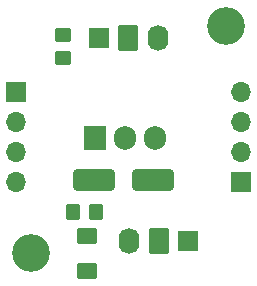
<source format=gts>
G04 #@! TF.GenerationSoftware,KiCad,Pcbnew,7.0.1*
G04 #@! TF.CreationDate,2023-08-26T15:59:25-05:00*
G04 #@! TF.ProjectId,Single Mosfet Board,53696e67-6c65-4204-9d6f-736665742042,rev?*
G04 #@! TF.SameCoordinates,Original*
G04 #@! TF.FileFunction,Soldermask,Top*
G04 #@! TF.FilePolarity,Negative*
%FSLAX46Y46*%
G04 Gerber Fmt 4.6, Leading zero omitted, Abs format (unit mm)*
G04 Created by KiCad (PCBNEW 7.0.1) date 2023-08-26 15:59:25*
%MOMM*%
%LPD*%
G01*
G04 APERTURE LIST*
G04 Aperture macros list*
%AMRoundRect*
0 Rectangle with rounded corners*
0 $1 Rounding radius*
0 $2 $3 $4 $5 $6 $7 $8 $9 X,Y pos of 4 corners*
0 Add a 4 corners polygon primitive as box body*
4,1,4,$2,$3,$4,$5,$6,$7,$8,$9,$2,$3,0*
0 Add four circle primitives for the rounded corners*
1,1,$1+$1,$2,$3*
1,1,$1+$1,$4,$5*
1,1,$1+$1,$6,$7*
1,1,$1+$1,$8,$9*
0 Add four rect primitives between the rounded corners*
20,1,$1+$1,$2,$3,$4,$5,0*
20,1,$1+$1,$4,$5,$6,$7,0*
20,1,$1+$1,$6,$7,$8,$9,0*
20,1,$1+$1,$8,$9,$2,$3,0*%
G04 Aperture macros list end*
%ADD10C,3.200000*%
%ADD11RoundRect,0.250000X-0.450000X0.350000X-0.450000X-0.350000X0.450000X-0.350000X0.450000X0.350000X0*%
%ADD12RoundRect,0.250000X-0.350000X-0.450000X0.350000X-0.450000X0.350000X0.450000X-0.350000X0.450000X0*%
%ADD13R,1.905000X2.000000*%
%ADD14O,1.905000X2.000000*%
%ADD15R,1.700000X1.700000*%
%ADD16O,1.700000X1.700000*%
%ADD17RoundRect,0.250000X-0.620000X-0.845000X0.620000X-0.845000X0.620000X0.845000X-0.620000X0.845000X0*%
%ADD18O,1.740000X2.190000*%
%ADD19RoundRect,0.250000X0.620000X0.845000X-0.620000X0.845000X-0.620000X-0.845000X0.620000X-0.845000X0*%
%ADD20RoundRect,0.250000X-1.500000X-0.650000X1.500000X-0.650000X1.500000X0.650000X-1.500000X0.650000X0*%
%ADD21RoundRect,0.250001X0.624999X-0.462499X0.624999X0.462499X-0.624999X0.462499X-0.624999X-0.462499X0*%
G04 APERTURE END LIST*
D10*
X147500000Y-75250000D03*
X131000000Y-94500000D03*
D11*
X133750000Y-78000000D03*
X133750000Y-76000000D03*
D12*
X134550000Y-91000000D03*
X136550000Y-91000000D03*
D13*
X136420000Y-84750000D03*
D14*
X138960000Y-84750000D03*
X141500000Y-84750000D03*
D15*
X148750000Y-88500000D03*
D16*
X148750000Y-85960000D03*
X148750000Y-83420000D03*
X148750000Y-80880000D03*
D15*
X136750000Y-76250000D03*
D17*
X139210000Y-76250000D03*
D18*
X141750000Y-76250000D03*
X139330000Y-93430000D03*
D19*
X141870000Y-93430000D03*
D15*
X144330000Y-93430000D03*
D16*
X129750000Y-88500000D03*
X129750000Y-85960000D03*
X129750000Y-83420000D03*
D15*
X129750000Y-80880000D03*
D20*
X136300000Y-88250000D03*
X141300000Y-88250000D03*
D21*
X135750000Y-95975000D03*
X135750000Y-93000000D03*
M02*

</source>
